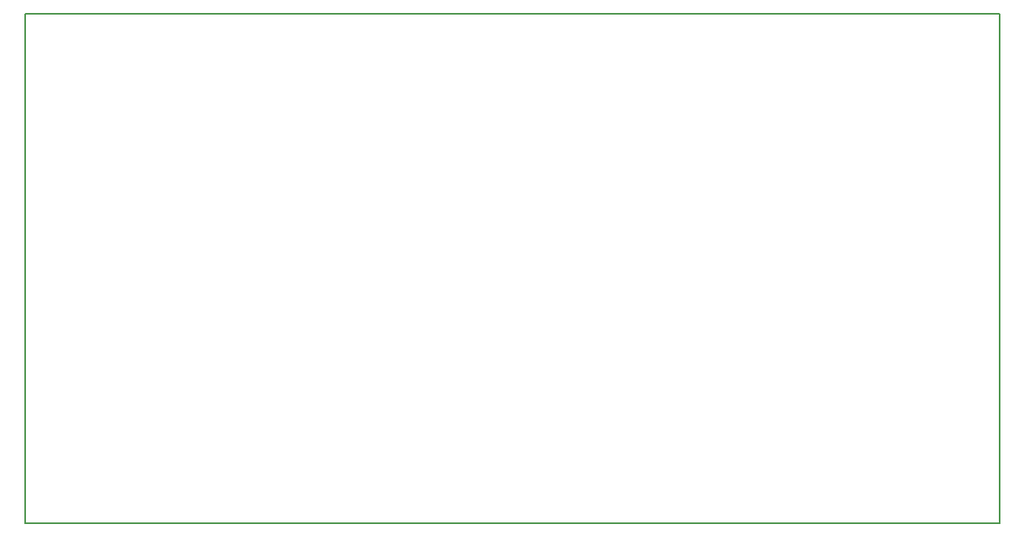
<source format=gm1>
G04 #@! TF.FileFunction,Profile,NP*
%FSLAX46Y46*%
G04 Gerber Fmt 4.6, Leading zero omitted, Abs format (unit mm)*
G04 Created by KiCad (PCBNEW 4.0.7) date 08/24/18 12:30:51*
%MOMM*%
%LPD*%
G01*
G04 APERTURE LIST*
%ADD10C,0.100000*%
%ADD11C,0.150000*%
G04 APERTURE END LIST*
D10*
D11*
X59245500Y-104013000D02*
X59245500Y-103251000D01*
X160909000Y-104013000D02*
X59245500Y-104013000D01*
X160909000Y-103060500D02*
X160909000Y-104013000D01*
X160909000Y-102235000D02*
X160909000Y-103060500D01*
X160909000Y-50800000D02*
X160909000Y-102235000D01*
X59245500Y-50800000D02*
X160909000Y-50800000D01*
X59245500Y-103251000D02*
X59245500Y-50800000D01*
M02*

</source>
